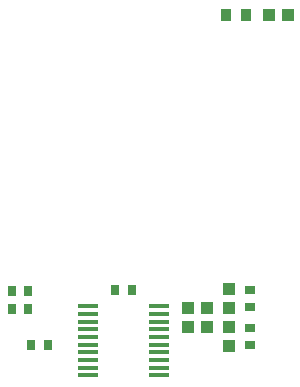
<source format=gtp>
G04 Layer: TopPasteMaskLayer*
G04 Panelize: V-CUT, Column: 2, Row: 2, Board Size: 58.42mm x 58.42mm, Panelized Board Size: 118.84mm x 118.84mm*
G04 EasyEDA v6.5.34, 2023-09-29 09:21:01*
G04 773f863c4d044161bb83cbac7a5785c2,5a6b42c53f6a479593ecc07194224c93,10*
G04 Gerber Generator version 0.2*
G04 Scale: 100 percent, Rotated: No, Reflected: No *
G04 Dimensions in millimeters *
G04 leading zeros omitted , absolute positions ,4 integer and 5 decimal *
%FSLAX45Y45*%
%MOMM*%

%ADD10R,1.0000X1.1000*%
%ADD11R,1.1000X1.0000*%
%ADD12R,0.9000X0.8000*%
%ADD13R,0.8000X0.9000*%
%ADD14R,1.7800X0.4200*%
%ADD15R,0.8999X1.0000*%

%LPD*%
D10*
G01*
X3463290Y3175000D03*
G01*
X3623284Y3175000D03*
G01*
X3463290Y3009900D03*
G01*
X3623284Y3009900D03*
D11*
G01*
X3810000Y3171189D03*
G01*
X3810000Y3331184D03*
G01*
X3810000Y3013710D03*
G01*
X3810000Y2853715D03*
D12*
G01*
X3987800Y3321202D03*
G01*
X3987800Y3181197D03*
G01*
X3987800Y3003702D03*
G01*
X3987800Y2863697D03*
D13*
G01*
X2139797Y2857500D03*
G01*
X2279802Y2857500D03*
G01*
X2850997Y3327400D03*
G01*
X2991002Y3327400D03*
G01*
X1974697Y3314700D03*
G01*
X2114702Y3314700D03*
G01*
X1974697Y3162300D03*
G01*
X2114702Y3162300D03*
D14*
G01*
X2621000Y3188106D03*
G01*
X2621000Y3123107D03*
G01*
X2621000Y3058109D03*
G01*
X2621000Y2993110D03*
G01*
X2621000Y2928086D03*
G01*
X2621000Y2863113D03*
G01*
X2621000Y2798089D03*
G01*
X2621000Y2733090D03*
G01*
X2621000Y2668092D03*
G01*
X2621000Y2603093D03*
G01*
X3220999Y2603093D03*
G01*
X3220999Y2668092D03*
G01*
X3220999Y2733090D03*
G01*
X3220999Y2798089D03*
G01*
X3220999Y2863113D03*
G01*
X3220999Y2928086D03*
G01*
X3220999Y2993110D03*
G01*
X3220999Y3058109D03*
G01*
X3220999Y3123107D03*
G01*
X3220999Y3188106D03*
D15*
G01*
X3788486Y5651500D03*
G01*
X3958488Y5651500D03*
D10*
G01*
X4149090Y5651500D03*
G01*
X4309084Y5651500D03*
M02*

</source>
